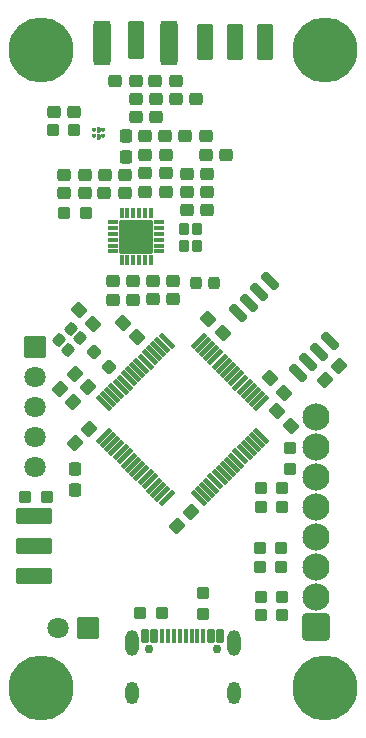
<source format=gbr>
%TF.GenerationSoftware,KiCad,Pcbnew,9.0.2*%
%TF.CreationDate,2025-06-05T09:54:10-05:00*%
%TF.ProjectId,Flight Computer v3,466c6967-6874-4204-936f-6d7075746572,rev?*%
%TF.SameCoordinates,Original*%
%TF.FileFunction,Soldermask,Bot*%
%TF.FilePolarity,Negative*%
%FSLAX46Y46*%
G04 Gerber Fmt 4.6, Leading zero omitted, Abs format (unit mm)*
G04 Created by KiCad (PCBNEW 9.0.2) date 2025-06-05 09:54:10*
%MOMM*%
%LPD*%
G01*
G04 APERTURE LIST*
G04 Aperture macros list*
%AMRoundRect*
0 Rectangle with rounded corners*
0 $1 Rounding radius*
0 $2 $3 $4 $5 $6 $7 $8 $9 X,Y pos of 4 corners*
0 Add a 4 corners polygon primitive as box body*
4,1,4,$2,$3,$4,$5,$6,$7,$8,$9,$2,$3,0*
0 Add four circle primitives for the rounded corners*
1,1,$1+$1,$2,$3*
1,1,$1+$1,$4,$5*
1,1,$1+$1,$6,$7*
1,1,$1+$1,$8,$9*
0 Add four rect primitives between the rounded corners*
20,1,$1+$1,$2,$3,$4,$5,0*
20,1,$1+$1,$4,$5,$6,$7,0*
20,1,$1+$1,$6,$7,$8,$9,0*
20,1,$1+$1,$8,$9,$2,$3,0*%
G04 Aperture macros list end*
%ADD10C,3.201600*%
%ADD11C,5.501600*%
%ADD12RoundRect,0.202740X-1.348060X0.473060X-1.348060X-0.473060X1.348060X-0.473060X1.348060X0.473060X0*%
%ADD13RoundRect,0.202740X-0.473060X-1.348060X0.473060X-1.348060X0.473060X1.348060X-0.473060X1.348060X0*%
%ADD14RoundRect,0.050800X-0.850000X0.850000X-0.850000X-0.850000X0.850000X-0.850000X0.850000X0.850000X0*%
%ADD15C,1.801600*%
%ADD16RoundRect,0.261545X0.889255X-0.889255X0.889255X0.889255X-0.889255X0.889255X-0.889255X-0.889255X0*%
%ADD17C,2.301600*%
%ADD18RoundRect,0.050800X-0.850000X-0.850000X0.850000X-0.850000X0.850000X0.850000X-0.850000X0.850000X0*%
%ADD19RoundRect,0.262900X-0.325400X-0.262900X0.325400X-0.262900X0.325400X0.262900X-0.325400X0.262900X0*%
%ADD20RoundRect,0.262900X0.325400X0.262900X-0.325400X0.262900X-0.325400X-0.262900X0.325400X-0.262900X0*%
%ADD21RoundRect,0.225400X0.035355X0.354119X-0.354119X-0.035355X-0.035355X-0.354119X0.354119X0.035355X0*%
%ADD22RoundRect,0.262900X0.044194X0.415991X-0.415991X-0.044194X-0.044194X-0.415991X0.415991X0.044194X0*%
%ADD23RoundRect,0.100400X-0.583929X0.441942X0.441942X-0.583929X0.583929X-0.441942X-0.441942X0.583929X0*%
%ADD24RoundRect,0.100400X-0.583929X-0.441942X-0.441942X-0.583929X0.583929X0.441942X0.441942X0.583929X0*%
%ADD25RoundRect,0.262900X-0.415991X0.044194X0.044194X-0.415991X0.415991X-0.044194X-0.044194X0.415991X0*%
%ADD26RoundRect,0.244150X0.244150X0.281650X-0.244150X0.281650X-0.244150X-0.281650X0.244150X-0.281650X0*%
%ADD27RoundRect,0.262900X-0.262900X0.325400X-0.262900X-0.325400X0.262900X-0.325400X0.262900X0.325400X0*%
%ADD28RoundRect,0.050800X0.114300X-0.127000X0.114300X0.127000X-0.114300X0.127000X-0.114300X-0.127000X0*%
%ADD29RoundRect,0.050800X0.127000X0.203200X-0.127000X0.203200X-0.127000X-0.203200X0.127000X-0.203200X0*%
%ADD30RoundRect,0.262900X-0.044194X-0.415991X0.415991X0.044194X0.044194X0.415991X-0.415991X-0.044194X0*%
%ADD31RoundRect,0.262900X-0.312900X-0.262900X0.312900X-0.262900X0.312900X0.262900X-0.312900X0.262900X0*%
%ADD32RoundRect,0.262900X0.415991X-0.044194X-0.044194X0.415991X-0.415991X0.044194X0.044194X-0.415991X0*%
%ADD33RoundRect,0.262900X0.275400X0.262900X-0.275400X0.262900X-0.275400X-0.262900X0.275400X-0.262900X0*%
%ADD34RoundRect,0.262900X0.312900X0.262900X-0.312900X0.262900X-0.312900X-0.262900X0.312900X-0.262900X0*%
%ADD35RoundRect,0.262900X0.262900X-0.275400X0.262900X0.275400X-0.262900X0.275400X-0.262900X-0.275400X0*%
%ADD36RoundRect,0.262900X-0.275400X-0.262900X0.275400X-0.262900X0.275400X0.262900X-0.275400X0.262900X0*%
%ADD37RoundRect,0.225400X-0.225400X0.275400X-0.225400X-0.275400X0.225400X-0.275400X0.225400X0.275400X0*%
%ADD38RoundRect,0.187900X-0.610445X0.344715X0.344715X-0.610445X0.610445X-0.344715X-0.344715X0.610445X0*%
%ADD39RoundRect,0.087900X0.375400X0.087900X-0.375400X0.087900X-0.375400X-0.087900X0.375400X-0.087900X0*%
%ADD40RoundRect,0.087900X0.087900X0.375400X-0.087900X0.375400X-0.087900X-0.375400X0.087900X-0.375400X0*%
%ADD41RoundRect,0.050800X1.350000X1.350000X-1.350000X1.350000X-1.350000X-1.350000X1.350000X-1.350000X0*%
%ADD42RoundRect,0.262900X0.380636X-0.008839X-0.008839X0.380636X-0.380636X0.008839X0.008839X-0.380636X0*%
%ADD43RoundRect,0.270000X-0.415800X-1.380800X0.415800X-1.380800X0.415800X1.380800X-0.415800X1.380800X0*%
%ADD44RoundRect,0.268815X-0.456985X-1.631985X0.456985X-1.631985X0.456985X1.631985X-0.456985X1.631985X0*%
%ADD45C,0.751600*%
%ADD46RoundRect,0.175400X0.175400X0.450400X-0.175400X0.450400X-0.175400X-0.450400X0.175400X-0.450400X0*%
%ADD47RoundRect,0.100400X0.100400X0.525400X-0.100400X0.525400X-0.100400X-0.525400X0.100400X-0.525400X0*%
%ADD48O,1.101600X1.901600*%
%ADD49O,1.101600X2.201600*%
%ADD50RoundRect,0.262900X0.262900X-0.325400X0.262900X0.325400X-0.262900X0.325400X-0.262900X-0.325400X0*%
G04 APERTURE END LIST*
D10*
%TO.C,H604*%
X124700000Y-109500000D03*
D11*
X124700000Y-109500000D03*
%TD*%
D10*
%TO.C,H601*%
X100700000Y-55500000D03*
D11*
X100700000Y-55500000D03*
%TD*%
D12*
%TO.C,J602*%
X100120000Y-100000000D03*
X100120000Y-97460000D03*
X100120000Y-94920000D03*
%TD*%
D13*
%TO.C,J606*%
X119640000Y-54800000D03*
X117100000Y-54800000D03*
X114560000Y-54800000D03*
%TD*%
D14*
%TO.C,J604*%
X104630000Y-104450000D03*
D15*
X102090000Y-104450000D03*
%TD*%
D10*
%TO.C,H603*%
X100700000Y-109500000D03*
D11*
X100700000Y-109500000D03*
%TD*%
D16*
%TO.C,J603*%
X124000000Y-104330000D03*
D17*
X124000000Y-101790000D03*
X124000000Y-99250000D03*
X124000000Y-96710000D03*
X124000000Y-94170000D03*
X124000000Y-91630000D03*
X124000000Y-89090000D03*
X124000000Y-86550000D03*
%TD*%
D10*
%TO.C,H602*%
X124700000Y-55500000D03*
D11*
X124700000Y-55500000D03*
%TD*%
D18*
%TO.C,J605*%
X100210000Y-80640000D03*
D15*
X100210000Y-83180000D03*
X100210000Y-85720000D03*
X100210000Y-88260000D03*
X100210000Y-90800000D03*
%TD*%
D19*
%TO.C,C717*%
X102657500Y-67610000D03*
X104382500Y-67610000D03*
%TD*%
D20*
%TO.C,C701*%
X108512500Y-75050000D03*
X106787500Y-75050000D03*
%TD*%
D21*
%TO.C,Y501*%
X103979949Y-79860051D03*
X102990000Y-80850000D03*
X102212183Y-80072183D03*
X103202132Y-79082234D03*
%TD*%
D19*
%TO.C,C706*%
X113007500Y-65980000D03*
X114732500Y-65980000D03*
%TD*%
D22*
%TO.C,C504*%
X104779880Y-87580120D03*
X103560120Y-88799880D03*
%TD*%
D23*
%TO.C,U502*%
X106005519Y-85408819D03*
X106359072Y-85055266D03*
X106712625Y-84701713D03*
X107066179Y-84348159D03*
X107419732Y-83994606D03*
X107773286Y-83641052D03*
X108126839Y-83287499D03*
X108480392Y-82933946D03*
X108833946Y-82580392D03*
X109187499Y-82226839D03*
X109541052Y-81873286D03*
X109894606Y-81519732D03*
X110248159Y-81166179D03*
X110601713Y-80812625D03*
X110955266Y-80459072D03*
X111308819Y-80105519D03*
D24*
X114031181Y-80105519D03*
X114384734Y-80459072D03*
X114738287Y-80812625D03*
X115091841Y-81166179D03*
X115445394Y-81519732D03*
X115798948Y-81873286D03*
X116152501Y-82226839D03*
X116506054Y-82580392D03*
X116859608Y-82933946D03*
X117213161Y-83287499D03*
X117566714Y-83641052D03*
X117920268Y-83994606D03*
X118273821Y-84348159D03*
X118627375Y-84701713D03*
X118980928Y-85055266D03*
X119334481Y-85408819D03*
D23*
X119334481Y-88131181D03*
X118980928Y-88484734D03*
X118627375Y-88838287D03*
X118273821Y-89191841D03*
X117920268Y-89545394D03*
X117566714Y-89898948D03*
X117213161Y-90252501D03*
X116859608Y-90606054D03*
X116506054Y-90959608D03*
X116152501Y-91313161D03*
X115798948Y-91666714D03*
X115445394Y-92020268D03*
X115091841Y-92373821D03*
X114738287Y-92727375D03*
X114384734Y-93080928D03*
X114031181Y-93434481D03*
D24*
X111308819Y-93434481D03*
X110955266Y-93080928D03*
X110601713Y-92727375D03*
X110248159Y-92373821D03*
X109894606Y-92020268D03*
X109541052Y-91666714D03*
X109187499Y-91313161D03*
X108833946Y-90959608D03*
X108480392Y-90606054D03*
X108126839Y-90252501D03*
X107773286Y-89898948D03*
X107419732Y-89545394D03*
X107066179Y-89191841D03*
X106712625Y-88838287D03*
X106359072Y-88484734D03*
X106005519Y-88131181D03*
%TD*%
D19*
%TO.C,C718*%
X102657500Y-66080000D03*
X104382500Y-66080000D03*
%TD*%
D25*
%TO.C,C505*%
X120640120Y-86090120D03*
X121859880Y-87309880D03*
%TD*%
D26*
%TO.C,FB701*%
X115357500Y-75190000D03*
X113782500Y-75190000D03*
%TD*%
D27*
%TO.C,C503*%
X103540000Y-90984998D03*
X103540000Y-92710000D03*
%TD*%
D19*
%TO.C,C709*%
X108717500Y-59650000D03*
X110442500Y-59650000D03*
%TD*%
D28*
%TO.C,U702*%
X105973499Y-62292436D03*
X105973499Y-62792562D03*
D29*
X105590000Y-62834998D03*
D28*
X105206501Y-62792562D03*
X105206501Y-62292436D03*
D29*
X105590000Y-62250000D03*
%TD*%
D20*
%TO.C,C702*%
X108512500Y-76640000D03*
X106787500Y-76640000D03*
%TD*%
%TO.C,C710*%
X113832500Y-59650000D03*
X112107500Y-59650000D03*
%TD*%
D19*
%TO.C,C707*%
X113007500Y-67500000D03*
X114732500Y-67500000D03*
%TD*%
D30*
%TO.C,C508*%
X124700120Y-83459880D03*
X125919880Y-82240120D03*
%TD*%
D31*
%TO.C,L703*%
X109510000Y-65920000D03*
X111260000Y-65920000D03*
%TD*%
D32*
%TO.C,C509*%
X105089880Y-78699880D03*
X103870120Y-77480120D03*
%TD*%
%TO.C,C506*%
X108829880Y-79819880D03*
X107610120Y-78600120D03*
%TD*%
D19*
%TO.C,C705*%
X101787500Y-60700000D03*
X103512500Y-60700000D03*
%TD*%
D33*
%TO.C,R504*%
X101165000Y-93330000D03*
X99340000Y-93330000D03*
%TD*%
D34*
%TO.C,L701*%
X111255000Y-67500000D03*
X109505000Y-67500000D03*
%TD*%
D35*
%TO.C,R412*%
X121770000Y-90970000D03*
X121770000Y-89145000D03*
%TD*%
D36*
%TO.C,R701*%
X101687500Y-62290000D03*
X103512500Y-62290000D03*
%TD*%
D19*
%TO.C,C708*%
X109507500Y-64350000D03*
X111232500Y-64350000D03*
%TD*%
D34*
%TO.C,L706*%
X107805000Y-67630000D03*
X106055000Y-67630000D03*
%TD*%
D25*
%TO.C,C511*%
X120060240Y-83290240D03*
X121280000Y-84510000D03*
%TD*%
D22*
%TO.C,C510*%
X103529880Y-82940120D03*
X102310120Y-84159880D03*
%TD*%
D34*
%TO.C,L702*%
X112095000Y-58080000D03*
X110345000Y-58080000D03*
%TD*%
D37*
%TO.C,Y701*%
X113900000Y-70660000D03*
X113900000Y-72060000D03*
X112800000Y-72060000D03*
X112800000Y-70660000D03*
%TD*%
D36*
%TO.C,R702*%
X102635000Y-69330000D03*
X104460000Y-69330000D03*
%TD*%
D22*
%TO.C,C502*%
X113399880Y-94600120D03*
X112180120Y-95819880D03*
%TD*%
D38*
%TO.C,U501*%
X117356509Y-77766509D03*
X118254535Y-76868483D03*
X119152560Y-75970458D03*
X120050586Y-75072432D03*
X125124077Y-80145923D03*
X124226051Y-81043949D03*
X123328026Y-81941974D03*
X122430000Y-82840000D03*
%TD*%
D19*
%TO.C,C711*%
X106967500Y-58080000D03*
X108692500Y-58080000D03*
%TD*%
D36*
%TO.C,R409*%
X119290000Y-94160000D03*
X121115000Y-94160000D03*
%TD*%
D22*
%TO.C,C507*%
X104639880Y-84060120D03*
X103420120Y-85279880D03*
%TD*%
D20*
%TO.C,C715*%
X111892500Y-76610000D03*
X110167500Y-76610000D03*
%TD*%
D39*
%TO.C,U701*%
X110712500Y-70042500D03*
X110712500Y-70542500D03*
X110712500Y-71042500D03*
X110712500Y-71542500D03*
X110712500Y-72042500D03*
X110712500Y-72542500D03*
D40*
X110000000Y-73255000D03*
X109500000Y-73255000D03*
X109000000Y-73255000D03*
X108500000Y-73255000D03*
X108000000Y-73255000D03*
X107500000Y-73255000D03*
D39*
X106787500Y-72542500D03*
X106787500Y-72042500D03*
X106787500Y-71542500D03*
X106787500Y-71042500D03*
X106787500Y-70542500D03*
X106787500Y-70042500D03*
D40*
X107500000Y-69330000D03*
X108000000Y-69330000D03*
X108500000Y-69330000D03*
X109000000Y-69330000D03*
X109500000Y-69330000D03*
X110000000Y-69330000D03*
D41*
X108750000Y-71292500D03*
%TD*%
D36*
%TO.C,R403*%
X119287500Y-103325000D03*
X121112500Y-103325000D03*
%TD*%
D20*
%TO.C,C716*%
X107812500Y-66070000D03*
X106087500Y-66070000D03*
%TD*%
D42*
%TO.C,R505*%
X106455235Y-82335235D03*
X105164765Y-81044765D03*
%TD*%
D43*
%TO.C,J701*%
X108700000Y-54662500D03*
D44*
X105875000Y-54912500D03*
X111525000Y-54912500D03*
%TD*%
D45*
%TO.C,J601*%
X115565000Y-106220000D03*
X109785000Y-106220000D03*
D46*
X115875000Y-105145000D03*
X115075000Y-105145000D03*
D47*
X113925000Y-105145000D03*
X112925000Y-105145000D03*
X112425000Y-105145000D03*
X111425000Y-105145000D03*
D46*
X110275000Y-105145000D03*
X109475000Y-105145000D03*
X109475000Y-105145000D03*
X110275000Y-105145000D03*
D47*
X110925000Y-105145000D03*
X111925000Y-105145000D03*
X113425000Y-105145000D03*
X114425000Y-105145000D03*
D46*
X115075000Y-105145000D03*
X115875000Y-105145000D03*
D48*
X116995000Y-109900000D03*
D49*
X116995000Y-105720000D03*
D48*
X108355000Y-109900000D03*
D49*
X108355000Y-105720000D03*
%TD*%
D19*
%TO.C,C703*%
X113007500Y-69040000D03*
X114732500Y-69040000D03*
%TD*%
D33*
%TO.C,R405*%
X121012500Y-97690000D03*
X119187500Y-97690000D03*
%TD*%
D31*
%TO.C,L705*%
X110150000Y-75050000D03*
X111900000Y-75050000D03*
%TD*%
D50*
%TO.C,C714*%
X107860000Y-64525000D03*
X107860000Y-62800000D03*
%TD*%
D20*
%TO.C,C712*%
X111222500Y-62800000D03*
X109497500Y-62800000D03*
%TD*%
%TO.C,C713*%
X116352500Y-64350000D03*
X114627500Y-64350000D03*
%TD*%
%TO.C,C704*%
X110442500Y-61200000D03*
X108717500Y-61200000D03*
%TD*%
D33*
%TO.C,R601*%
X110912500Y-103190000D03*
X109087500Y-103190000D03*
%TD*%
D34*
%TO.C,L704*%
X114625000Y-62800000D03*
X112875000Y-62800000D03*
%TD*%
D33*
%TO.C,R402*%
X121112500Y-101775000D03*
X119287500Y-101775000D03*
%TD*%
D35*
%TO.C,R602*%
X114370000Y-103260000D03*
X114370000Y-101435000D03*
%TD*%
D33*
%TO.C,R408*%
X121122500Y-92580000D03*
X119297500Y-92580000D03*
%TD*%
D36*
%TO.C,R406*%
X119197500Y-99225000D03*
X121022500Y-99225000D03*
%TD*%
D32*
%TO.C,C501*%
X116069880Y-79479880D03*
X114850120Y-78260120D03*
%TD*%
M02*

</source>
